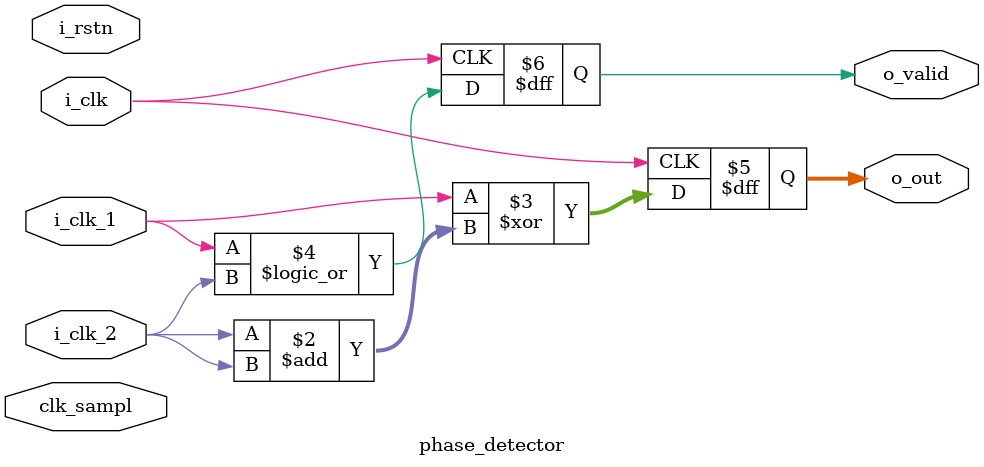
<source format=sv>
`timescale 1 ns / 1 ns

module phase_detector(i_clk, i_clk_1, i_clk_2, clk_sampl, i_rstn, o_out, o_valid);

    input i_clk, i_clk_1, i_clk_2, clk_sampl, i_rstn;
    output logic [9:0] o_out;
    output logic o_valid;
    always @(posedge i_clk) begin
        o_out <= i_clk_1 ^ i_clk_2 + i_clk_2;		// Just a dummy assignement. Replace with your code.
        o_valid <= i_clk_1 || i_clk_2;		// Just a dummy assignement. Replace with your code.
    end
endmodule 

</source>
